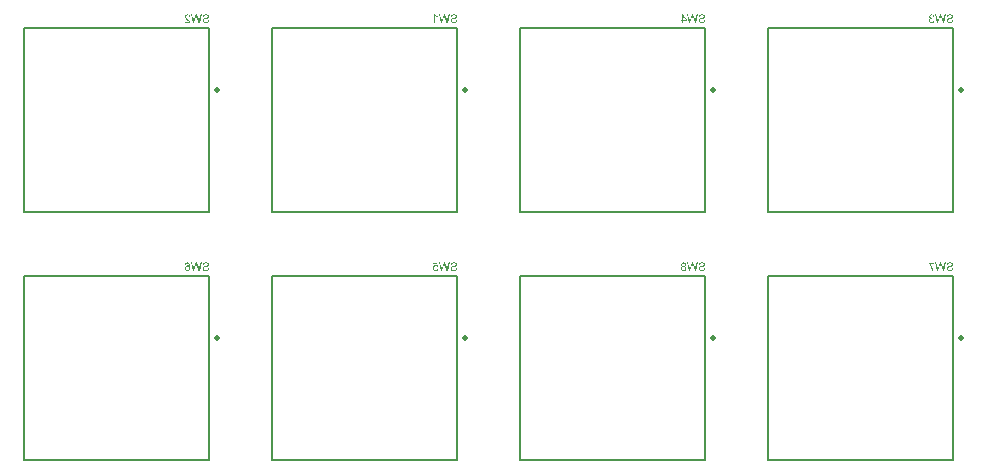
<source format=gbo>
%FSLAX33Y33*%
%MOMM*%
%ADD10C,0.15*%
%ADD11C,0.5*%
D10*
%LNbottom silkscreen_traces*%
%LNbottom silkscreen component 118461a693938141*%
G01*
X63700Y-1700D02*
X63700Y-17300D01*
X79300Y-17300*
X79300Y-1700*
X63700Y-1700*
D11*
X80000Y-6960D03*
G36*
X79356Y-1069D02*
X79267Y-1061D01*
X79263Y-1087D01*
X79256Y-1110D01*
X79248Y-1131D01*
X79237Y-1149D01*
X79224Y-1166D01*
X79208Y-1180D01*
X79188Y-1193D01*
X79165Y-1205D01*
X79140Y-1214D01*
X79113Y-1221D01*
X79085Y-1225D01*
X79055Y-1226D01*
X79029Y-1225D01*
X79004Y-1222D01*
X78981Y-1217D01*
X78960Y-1210D01*
X78940Y-1201D01*
X78924Y-1191D01*
X78909Y-1179D01*
X78898Y-1166D01*
X78889Y-1151D01*
X78883Y-1136D01*
X78879Y-1121D01*
X78878Y-1104D01*
X78879Y-1088D01*
X78883Y-1073D01*
X78889Y-1059D01*
X78897Y-1046D01*
X78909Y-1034D01*
X78923Y-1022D01*
X78941Y-1012D01*
X78962Y-1003D01*
X78981Y-0997D01*
X79008Y-0989D01*
X79044Y-0980D01*
X79089Y-0968D01*
X79135Y-0957D01*
X79173Y-0945D01*
X79204Y-0934D01*
X79227Y-0924D01*
X79251Y-0910D01*
X79272Y-0894D01*
X79290Y-0876D01*
X79304Y-0857D01*
X79315Y-0837D01*
X79323Y-0815D01*
X79327Y-0792D01*
X79329Y-0768D01*
X79327Y-0741D01*
X79321Y-0716D01*
X79312Y-0691D01*
X79298Y-0667D01*
X79281Y-0645D01*
X79260Y-0625D01*
X79236Y-0609D01*
X79208Y-0595D01*
X79178Y-0585D01*
X79146Y-0577D01*
X79112Y-0572D01*
X79077Y-0571D01*
X79038Y-0572D01*
X79002Y-0577D01*
X78968Y-0585D01*
X78937Y-0596D01*
X78908Y-0611D01*
X78883Y-0628D01*
X78861Y-0648D01*
X78843Y-0672D01*
X78829Y-0698D01*
X78818Y-0725D01*
X78811Y-0754D01*
X78808Y-0785D01*
X78899Y-0791D01*
X78905Y-0760D01*
X78915Y-0732D01*
X78929Y-0708D01*
X78948Y-0689D01*
X78972Y-0674D01*
X79001Y-0663D01*
X79034Y-0656D01*
X79073Y-0654D01*
X79113Y-0656D01*
X79147Y-0662D01*
X79176Y-0672D01*
X79198Y-0686D01*
X79216Y-0702D01*
X79228Y-0720D01*
X79235Y-0740D01*
X79238Y-0762D01*
X79236Y-0780D01*
X79231Y-0797D01*
X79222Y-0812D01*
X79210Y-0825D01*
X79191Y-0838D01*
X79160Y-0850D01*
X79119Y-0863D01*
X79067Y-0876D01*
X79014Y-0889D01*
X78970Y-0901D01*
X78935Y-0912D01*
X78909Y-0922D01*
X78879Y-0937D01*
X78854Y-0955D01*
X78833Y-0974D01*
X78816Y-0995D01*
X78803Y-1018D01*
X78794Y-1042D01*
X78788Y-1069D01*
X78786Y-1097D01*
X78788Y-1125D01*
X78795Y-1152D01*
X78805Y-1179D01*
X78819Y-1204D01*
X78837Y-1228D01*
X78859Y-1249D01*
X78884Y-1267D01*
X78913Y-1283D01*
X78945Y-1295D01*
X78978Y-1304D01*
X79014Y-1309D01*
X79051Y-1311D01*
X79098Y-1309D01*
X79140Y-1304D01*
X79179Y-1295D01*
X79214Y-1283D01*
X79245Y-1267D01*
X79273Y-1247D01*
X79297Y-1224D01*
X79317Y-1197D01*
X79333Y-1168D01*
X79345Y-1137D01*
X79353Y-1104D01*
X79356Y-1069D01*
X79356Y-1069D01*
X78532Y-1299D02*
X78722Y-0583D01*
X78625Y-0583D01*
X78516Y-1052D01*
X78507Y-1089D01*
X78500Y-1126D01*
X78492Y-1162D01*
X78486Y-1199D01*
X78473Y-1147D01*
X78464Y-1108D01*
X78457Y-1081D01*
X78453Y-1066D01*
X78317Y-0583D01*
X78203Y-0583D01*
X78100Y-0945D01*
X78082Y-1012D01*
X78067Y-1076D01*
X78055Y-1138D01*
X78045Y-1199D01*
X78037Y-1164D01*
X78029Y-1126D01*
X78020Y-1086D01*
X78009Y-1043D01*
X77897Y-0583D01*
X77802Y-0583D01*
X77998Y-1299D01*
X78089Y-1299D01*
X78240Y-0753D01*
X78249Y-0723D01*
X78255Y-0698D01*
X78260Y-0681D01*
X78263Y-0669D01*
X78268Y-0693D01*
X78273Y-0715D01*
X78279Y-0735D01*
X78284Y-0753D01*
X78435Y-1299D01*
X78532Y-1299D01*
X78532Y-1299D01*
X77748Y-1110D02*
X77660Y-1098D01*
X77652Y-1133D01*
X77640Y-1162D01*
X77626Y-1187D01*
X77609Y-1206D01*
X77590Y-1220D01*
X77569Y-1231D01*
X77545Y-1237D01*
X77520Y-1239D01*
X77490Y-1236D01*
X77463Y-1228D01*
X77438Y-1215D01*
X77416Y-1196D01*
X77397Y-1173D01*
X77384Y-1148D01*
X77376Y-1120D01*
X77373Y-1089D01*
X77375Y-1060D01*
X77383Y-1034D01*
X77395Y-1010D01*
X77412Y-0989D01*
X77434Y-0972D01*
X77457Y-0960D01*
X77484Y-0953D01*
X77513Y-0950D01*
X77526Y-0951D01*
X77541Y-0953D01*
X77557Y-0956D01*
X77575Y-0960D01*
X77565Y-0883D01*
X77561Y-0883D01*
X77557Y-0884D01*
X77554Y-0884D01*
X77551Y-0884D01*
X77524Y-0882D01*
X77498Y-0876D01*
X77473Y-0867D01*
X77450Y-0854D01*
X77430Y-0838D01*
X77416Y-0817D01*
X77408Y-0793D01*
X77405Y-0764D01*
X77407Y-0741D01*
X77413Y-0720D01*
X77423Y-0701D01*
X77438Y-0684D01*
X77455Y-0670D01*
X77475Y-0660D01*
X77498Y-0654D01*
X77522Y-0652D01*
X77547Y-0654D01*
X77569Y-0660D01*
X77590Y-0670D01*
X77608Y-0685D01*
X77623Y-0703D01*
X77636Y-0725D01*
X77645Y-0751D01*
X77652Y-0781D01*
X77740Y-0766D01*
X77729Y-0724D01*
X77713Y-0687D01*
X77692Y-0655D01*
X77666Y-0629D01*
X77636Y-0607D01*
X77602Y-0592D01*
X77565Y-0583D01*
X77524Y-0580D01*
X77495Y-0582D01*
X77468Y-0586D01*
X77442Y-0594D01*
X77416Y-0605D01*
X77393Y-0619D01*
X77373Y-0635D01*
X77355Y-0653D01*
X77341Y-0674D01*
X77329Y-0696D01*
X77321Y-0719D01*
X77316Y-0742D01*
X77315Y-0766D01*
X77316Y-0789D01*
X77321Y-0810D01*
X77329Y-0831D01*
X77340Y-0851D01*
X77354Y-0869D01*
X77371Y-0885D01*
X77390Y-0899D01*
X77413Y-0911D01*
X77383Y-0920D01*
X77357Y-0934D01*
X77334Y-0951D01*
X77315Y-0972D01*
X77299Y-0996D01*
X77288Y-1024D01*
X77282Y-1054D01*
X77280Y-1087D01*
X77284Y-1132D01*
X77297Y-1174D01*
X77318Y-1212D01*
X77348Y-1246D01*
X77384Y-1275D01*
X77425Y-1295D01*
X77471Y-1307D01*
X77521Y-1311D01*
X77566Y-1308D01*
X77607Y-1297D01*
X77644Y-1280D01*
X77677Y-1255D01*
X77705Y-1225D01*
X77726Y-1191D01*
X77741Y-1152D01*
X77748Y-1110D01*
X77748Y-1110D01*
G37*
%LNbottom silkscreen component b7764440c1067c91*%
D10*
X42700Y-22700D02*
X42700Y-38300D01*
X58300Y-38300*
X58300Y-22700*
X42700Y-22700*
D11*
X59000Y-27960D03*
G36*
X58356Y-22069D02*
X58267Y-22061D01*
X58263Y-22087D01*
X58256Y-22110D01*
X58248Y-22131D01*
X58237Y-22149D01*
X58224Y-22166D01*
X58208Y-22180D01*
X58188Y-22193D01*
X58165Y-22205D01*
X58140Y-22214D01*
X58113Y-22221D01*
X58085Y-22225D01*
X58055Y-22226D01*
X58029Y-22225D01*
X58004Y-22222D01*
X57981Y-22217D01*
X57960Y-22210D01*
X57940Y-22201D01*
X57924Y-22191D01*
X57909Y-22179D01*
X57898Y-22166D01*
X57889Y-22151D01*
X57883Y-22136D01*
X57879Y-22121D01*
X57878Y-22104D01*
X57879Y-22088D01*
X57883Y-22073D01*
X57889Y-22059D01*
X57897Y-22046D01*
X57909Y-22034D01*
X57923Y-22022D01*
X57941Y-22012D01*
X57962Y-22003D01*
X57981Y-21997D01*
X58008Y-21989D01*
X58044Y-21980D01*
X58089Y-21968D01*
X58135Y-21957D01*
X58173Y-21945D01*
X58204Y-21934D01*
X58227Y-21924D01*
X58251Y-21910D01*
X58272Y-21894D01*
X58290Y-21876D01*
X58304Y-21857D01*
X58315Y-21837D01*
X58323Y-21815D01*
X58327Y-21792D01*
X58329Y-21768D01*
X58327Y-21741D01*
X58321Y-21716D01*
X58312Y-21691D01*
X58298Y-21667D01*
X58281Y-21645D01*
X58260Y-21625D01*
X58236Y-21609D01*
X58208Y-21595D01*
X58178Y-21585D01*
X58146Y-21577D01*
X58112Y-21572D01*
X58077Y-21571D01*
X58038Y-21572D01*
X58002Y-21577D01*
X57968Y-21585D01*
X57937Y-21596D01*
X57908Y-21611D01*
X57883Y-21628D01*
X57861Y-21648D01*
X57843Y-21672D01*
X57829Y-21698D01*
X57818Y-21725D01*
X57811Y-21754D01*
X57808Y-21785D01*
X57899Y-21791D01*
X57905Y-21760D01*
X57915Y-21732D01*
X57929Y-21708D01*
X57948Y-21689D01*
X57972Y-21674D01*
X58001Y-21663D01*
X58034Y-21656D01*
X58073Y-21654D01*
X58113Y-21656D01*
X58147Y-21662D01*
X58176Y-21672D01*
X58198Y-21686D01*
X58216Y-21702D01*
X58228Y-21720D01*
X58235Y-21740D01*
X58238Y-21762D01*
X58236Y-21780D01*
X58231Y-21797D01*
X58222Y-21812D01*
X58210Y-21825D01*
X58191Y-21838D01*
X58160Y-21850D01*
X58119Y-21863D01*
X58067Y-21876D01*
X58014Y-21889D01*
X57970Y-21901D01*
X57935Y-21912D01*
X57909Y-21922D01*
X57879Y-21937D01*
X57854Y-21955D01*
X57833Y-21974D01*
X57816Y-21995D01*
X57803Y-22018D01*
X57794Y-22042D01*
X57788Y-22069D01*
X57786Y-22097D01*
X57788Y-22125D01*
X57795Y-22152D01*
X57805Y-22179D01*
X57819Y-22204D01*
X57837Y-22228D01*
X57859Y-22249D01*
X57884Y-22267D01*
X57913Y-22283D01*
X57945Y-22295D01*
X57978Y-22304D01*
X58014Y-22309D01*
X58051Y-22311D01*
X58098Y-22309D01*
X58140Y-22304D01*
X58179Y-22295D01*
X58214Y-22283D01*
X58245Y-22267D01*
X58273Y-22247D01*
X58297Y-22224D01*
X58317Y-22197D01*
X58333Y-22168D01*
X58345Y-22137D01*
X58353Y-22104D01*
X58356Y-22069D01*
X58356Y-22069D01*
X57532Y-22299D02*
X57722Y-21583D01*
X57625Y-21583D01*
X57516Y-22052D01*
X57507Y-22089D01*
X57500Y-22126D01*
X57492Y-22162D01*
X57486Y-22199D01*
X57473Y-22147D01*
X57464Y-22108D01*
X57457Y-22081D01*
X57453Y-22066D01*
X57317Y-21583D01*
X57203Y-21583D01*
X57100Y-21945D01*
X57082Y-22012D01*
X57067Y-22076D01*
X57055Y-22138D01*
X57045Y-22199D01*
X57037Y-22164D01*
X57029Y-22126D01*
X57020Y-22086D01*
X57009Y-22043D01*
X56897Y-21583D01*
X56802Y-21583D01*
X56998Y-22299D01*
X57089Y-22299D01*
X57240Y-21753D01*
X57249Y-21723D01*
X57255Y-21698D01*
X57260Y-21681D01*
X57263Y-21669D01*
X57268Y-21693D01*
X57273Y-21715D01*
X57279Y-21735D01*
X57284Y-21753D01*
X57435Y-22299D01*
X57532Y-22299D01*
X57532Y-22299D01*
X56614Y-21911D02*
X56585Y-21965D01*
X56597Y-21972D01*
X56619Y-21990D01*
X56637Y-22012D01*
X56649Y-22036D01*
X56657Y-22063D01*
X56659Y-22092D01*
X56659Y-22092D01*
X56658Y-22111D01*
X56655Y-22129D01*
X56649Y-22147D01*
X56642Y-22165D01*
X56632Y-22182D01*
X56619Y-22196D01*
X56605Y-22209D01*
X56589Y-22219D01*
X56571Y-22228D01*
X56552Y-22234D01*
X56533Y-22238D01*
X56513Y-22239D01*
X56483Y-22236D01*
X56455Y-22229D01*
X56431Y-22216D01*
X56409Y-22198D01*
X56391Y-22177D01*
X56378Y-22152D01*
X56371Y-22125D01*
X56368Y-22095D01*
X56371Y-22065D01*
X56379Y-22037D01*
X56392Y-22012D01*
X56410Y-21990D01*
X56433Y-21972D01*
X56458Y-21959D01*
X56485Y-21951D01*
X56516Y-21949D01*
X56546Y-21951D01*
X56573Y-21959D01*
X56585Y-21965D01*
X56614Y-21911D01*
X56581Y-21859D01*
X56561Y-21869D01*
X56538Y-21875D01*
X56513Y-21877D01*
X56489Y-21875D01*
X56467Y-21869D01*
X56448Y-21859D01*
X56430Y-21845D01*
X56416Y-21828D01*
X56406Y-21809D01*
X56400Y-21789D01*
X56398Y-21767D01*
X56400Y-21743D01*
X56406Y-21722D01*
X56417Y-21703D01*
X56431Y-21685D01*
X56449Y-21671D01*
X56469Y-21661D01*
X56491Y-21654D01*
X56514Y-21652D01*
X56539Y-21654D01*
X56560Y-21660D01*
X56580Y-21670D01*
X56598Y-21685D01*
X56612Y-21701D01*
X56623Y-21720D01*
X56629Y-21740D01*
X56631Y-21762D01*
X56631Y-21762D01*
X56629Y-21786D01*
X56623Y-21808D01*
X56613Y-21827D01*
X56598Y-21845D01*
X56581Y-21859D01*
X56614Y-21911D01*
X56639Y-21900D01*
X56661Y-21886D01*
X56680Y-21871D01*
X56695Y-21853D01*
X56706Y-21834D01*
X56714Y-21813D01*
X56719Y-21790D01*
X56721Y-21765D01*
X56717Y-21727D01*
X56707Y-21693D01*
X56689Y-21661D01*
X56665Y-21633D01*
X56634Y-21610D01*
X56599Y-21593D01*
X56560Y-21583D01*
X56515Y-21580D01*
X56471Y-21583D01*
X56431Y-21594D01*
X56395Y-21611D01*
X56365Y-21634D01*
X56340Y-21663D01*
X56322Y-21695D01*
X56311Y-21729D01*
X56307Y-21767D01*
X56309Y-21791D01*
X56314Y-21814D01*
X56322Y-21834D01*
X56334Y-21854D01*
X56348Y-21871D01*
X56366Y-21886D01*
X56388Y-21900D01*
X56413Y-21911D01*
X56382Y-21923D01*
X56355Y-21939D01*
X56332Y-21958D01*
X56313Y-21980D01*
X56297Y-22005D01*
X56287Y-22032D01*
X56280Y-22062D01*
X56278Y-22094D01*
X56282Y-22138D01*
X56294Y-22179D01*
X56315Y-22215D01*
X56343Y-22249D01*
X56378Y-22276D01*
X56418Y-22295D01*
X56464Y-22307D01*
X56514Y-22311D01*
X56564Y-22307D01*
X56610Y-22295D01*
X56650Y-22276D01*
X56685Y-22248D01*
X56713Y-22215D01*
X56734Y-22178D01*
X56746Y-22137D01*
X56750Y-22092D01*
X56748Y-22058D01*
X56741Y-22028D01*
X56730Y-22000D01*
X56714Y-21975D01*
X56695Y-21953D01*
X56671Y-21935D01*
X56644Y-21921D01*
X56614Y-21911D01*
X56614Y-21911D01*
G37*
%LNbottom silkscreen component ed0e58f81314bdfd*%
D10*
X0700Y-1700D02*
X0700Y-17300D01*
X16300Y-17300*
X16300Y-1700*
X0700Y-1700*
D11*
X17000Y-6960D03*
G36*
X16356Y-1069D02*
X16267Y-1061D01*
X16263Y-1087D01*
X16256Y-1110D01*
X16248Y-1131D01*
X16237Y-1149D01*
X16224Y-1166D01*
X16208Y-1180D01*
X16188Y-1193D01*
X16165Y-1205D01*
X16140Y-1214D01*
X16113Y-1221D01*
X16085Y-1225D01*
X16055Y-1226D01*
X16029Y-1225D01*
X16004Y-1222D01*
X15981Y-1217D01*
X15960Y-1210D01*
X15940Y-1201D01*
X15924Y-1191D01*
X15909Y-1179D01*
X15898Y-1166D01*
X15889Y-1151D01*
X15883Y-1136D01*
X15879Y-1121D01*
X15878Y-1104D01*
X15879Y-1088D01*
X15883Y-1073D01*
X15889Y-1059D01*
X15897Y-1046D01*
X15909Y-1034D01*
X15923Y-1022D01*
X15941Y-1012D01*
X15962Y-1003D01*
X15981Y-0997D01*
X16008Y-0989D01*
X16044Y-0980D01*
X16089Y-0968D01*
X16135Y-0957D01*
X16173Y-0945D01*
X16204Y-0934D01*
X16227Y-0924D01*
X16251Y-0910D01*
X16272Y-0894D01*
X16290Y-0876D01*
X16304Y-0857D01*
X16315Y-0837D01*
X16323Y-0815D01*
X16327Y-0792D01*
X16329Y-0768D01*
X16327Y-0741D01*
X16321Y-0716D01*
X16312Y-0691D01*
X16298Y-0667D01*
X16281Y-0645D01*
X16260Y-0625D01*
X16236Y-0609D01*
X16208Y-0595D01*
X16178Y-0585D01*
X16146Y-0577D01*
X16112Y-0572D01*
X16077Y-0571D01*
X16038Y-0572D01*
X16002Y-0577D01*
X15968Y-0585D01*
X15937Y-0596D01*
X15908Y-0611D01*
X15883Y-0628D01*
X15861Y-0648D01*
X15843Y-0672D01*
X15829Y-0698D01*
X15818Y-0725D01*
X15811Y-0754D01*
X15808Y-0785D01*
X15899Y-0791D01*
X15905Y-0760D01*
X15915Y-0732D01*
X15929Y-0708D01*
X15948Y-0689D01*
X15972Y-0674D01*
X16001Y-0663D01*
X16034Y-0656D01*
X16073Y-0654D01*
X16113Y-0656D01*
X16147Y-0662D01*
X16176Y-0672D01*
X16198Y-0686D01*
X16216Y-0702D01*
X16228Y-0720D01*
X16235Y-0740D01*
X16238Y-0762D01*
X16236Y-0780D01*
X16231Y-0797D01*
X16222Y-0812D01*
X16210Y-0825D01*
X16191Y-0838D01*
X16160Y-0850D01*
X16119Y-0863D01*
X16067Y-0876D01*
X16014Y-0889D01*
X15970Y-0901D01*
X15935Y-0912D01*
X15909Y-0922D01*
X15879Y-0937D01*
X15854Y-0955D01*
X15833Y-0974D01*
X15816Y-0995D01*
X15803Y-1018D01*
X15794Y-1042D01*
X15788Y-1069D01*
X15786Y-1097D01*
X15788Y-1125D01*
X15795Y-1152D01*
X15805Y-1179D01*
X15819Y-1204D01*
X15837Y-1228D01*
X15859Y-1249D01*
X15884Y-1267D01*
X15913Y-1283D01*
X15945Y-1295D01*
X15978Y-1304D01*
X16014Y-1309D01*
X16051Y-1311D01*
X16098Y-1309D01*
X16140Y-1304D01*
X16179Y-1295D01*
X16214Y-1283D01*
X16245Y-1267D01*
X16273Y-1247D01*
X16297Y-1224D01*
X16317Y-1197D01*
X16333Y-1168D01*
X16345Y-1137D01*
X16353Y-1104D01*
X16356Y-1069D01*
X16356Y-1069D01*
X15532Y-1299D02*
X15722Y-0583D01*
X15625Y-0583D01*
X15516Y-1052D01*
X15507Y-1089D01*
X15500Y-1126D01*
X15492Y-1162D01*
X15486Y-1199D01*
X15473Y-1147D01*
X15464Y-1108D01*
X15457Y-1081D01*
X15453Y-1066D01*
X15317Y-0583D01*
X15203Y-0583D01*
X15100Y-0945D01*
X15082Y-1012D01*
X15067Y-1076D01*
X15055Y-1138D01*
X15045Y-1199D01*
X15037Y-1164D01*
X15029Y-1126D01*
X15020Y-1086D01*
X15009Y-1043D01*
X14897Y-0583D01*
X14802Y-0583D01*
X14998Y-1299D01*
X15089Y-1299D01*
X15240Y-0753D01*
X15249Y-0723D01*
X15255Y-0698D01*
X15260Y-0681D01*
X15263Y-0669D01*
X15268Y-0693D01*
X15273Y-0715D01*
X15279Y-0735D01*
X15284Y-0753D01*
X15435Y-1299D01*
X15532Y-1299D01*
X15532Y-1299D01*
X14287Y-1214D02*
X14287Y-1299D01*
X14760Y-1299D01*
X14760Y-1283D01*
X14758Y-1268D01*
X14755Y-1253D01*
X14750Y-1238D01*
X14739Y-1214D01*
X14726Y-1190D01*
X14710Y-1166D01*
X14692Y-1143D01*
X14670Y-1118D01*
X14643Y-1092D01*
X14612Y-1064D01*
X14577Y-1034D01*
X14523Y-0989D01*
X14479Y-0948D01*
X14444Y-0913D01*
X14419Y-0883D01*
X14401Y-0855D01*
X14388Y-0828D01*
X14381Y-0802D01*
X14378Y-0777D01*
X14381Y-0752D01*
X14388Y-0729D01*
X14399Y-0708D01*
X14416Y-0689D01*
X14436Y-0673D01*
X14459Y-0662D01*
X14484Y-0655D01*
X14513Y-0653D01*
X14543Y-0655D01*
X14570Y-0662D01*
X14594Y-0674D01*
X14615Y-0691D01*
X14631Y-0712D01*
X14643Y-0736D01*
X14651Y-0764D01*
X14653Y-0796D01*
X14743Y-0787D01*
X14736Y-0740D01*
X14721Y-0698D01*
X14701Y-0663D01*
X14674Y-0633D01*
X14641Y-0610D01*
X14603Y-0593D01*
X14559Y-0583D01*
X14511Y-0580D01*
X14462Y-0584D01*
X14419Y-0594D01*
X14381Y-0612D01*
X14348Y-0637D01*
X14322Y-0667D01*
X14303Y-0701D01*
X14292Y-0738D01*
X14288Y-0779D01*
X14289Y-0800D01*
X14292Y-0821D01*
X14298Y-0842D01*
X14305Y-0863D01*
X14316Y-0884D01*
X14329Y-0906D01*
X14345Y-0928D01*
X14364Y-0951D01*
X14388Y-0976D01*
X14418Y-1005D01*
X14455Y-1039D01*
X14499Y-1077D01*
X14535Y-1107D01*
X14564Y-1132D01*
X14586Y-1152D01*
X14601Y-1167D01*
X14612Y-1179D01*
X14621Y-1190D01*
X14630Y-1202D01*
X14638Y-1214D01*
X14287Y-1214D01*
X14287Y-1214D01*
G37*
%LNbottom silkscreen component b3c71203d1b20706*%
D10*
X42700Y-1700D02*
X42700Y-17300D01*
X58300Y-17300*
X58300Y-1700*
X42700Y-1700*
D11*
X59000Y-6960D03*
G36*
X58356Y-1069D02*
X58267Y-1061D01*
X58263Y-1087D01*
X58256Y-1110D01*
X58248Y-1131D01*
X58237Y-1149D01*
X58224Y-1166D01*
X58208Y-1180D01*
X58188Y-1193D01*
X58165Y-1205D01*
X58140Y-1214D01*
X58113Y-1221D01*
X58085Y-1225D01*
X58055Y-1226D01*
X58029Y-1225D01*
X58004Y-1222D01*
X57981Y-1217D01*
X57960Y-1210D01*
X57940Y-1201D01*
X57924Y-1191D01*
X57909Y-1179D01*
X57898Y-1166D01*
X57889Y-1151D01*
X57883Y-1136D01*
X57879Y-1121D01*
X57878Y-1104D01*
X57879Y-1088D01*
X57883Y-1073D01*
X57889Y-1059D01*
X57897Y-1046D01*
X57909Y-1034D01*
X57923Y-1022D01*
X57941Y-1012D01*
X57962Y-1003D01*
X57981Y-0997D01*
X58008Y-0989D01*
X58044Y-0980D01*
X58089Y-0968D01*
X58135Y-0957D01*
X58173Y-0945D01*
X58204Y-0934D01*
X58227Y-0924D01*
X58251Y-0910D01*
X58272Y-0894D01*
X58290Y-0876D01*
X58304Y-0857D01*
X58315Y-0837D01*
X58323Y-0815D01*
X58327Y-0792D01*
X58329Y-0768D01*
X58327Y-0741D01*
X58321Y-0716D01*
X58312Y-0691D01*
X58298Y-0667D01*
X58281Y-0645D01*
X58260Y-0625D01*
X58236Y-0609D01*
X58208Y-0595D01*
X58178Y-0585D01*
X58146Y-0577D01*
X58112Y-0572D01*
X58077Y-0571D01*
X58038Y-0572D01*
X58002Y-0577D01*
X57968Y-0585D01*
X57937Y-0596D01*
X57908Y-0611D01*
X57883Y-0628D01*
X57861Y-0648D01*
X57843Y-0672D01*
X57829Y-0698D01*
X57818Y-0725D01*
X57811Y-0754D01*
X57808Y-0785D01*
X57899Y-0791D01*
X57905Y-0760D01*
X57915Y-0732D01*
X57929Y-0708D01*
X57948Y-0689D01*
X57972Y-0674D01*
X58001Y-0663D01*
X58034Y-0656D01*
X58073Y-0654D01*
X58113Y-0656D01*
X58147Y-0662D01*
X58176Y-0672D01*
X58198Y-0686D01*
X58216Y-0702D01*
X58228Y-0720D01*
X58235Y-0740D01*
X58238Y-0762D01*
X58236Y-0780D01*
X58231Y-0797D01*
X58222Y-0812D01*
X58210Y-0825D01*
X58191Y-0838D01*
X58160Y-0850D01*
X58119Y-0863D01*
X58067Y-0876D01*
X58014Y-0889D01*
X57970Y-0901D01*
X57935Y-0912D01*
X57909Y-0922D01*
X57879Y-0937D01*
X57854Y-0955D01*
X57833Y-0974D01*
X57816Y-0995D01*
X57803Y-1018D01*
X57794Y-1042D01*
X57788Y-1069D01*
X57786Y-1097D01*
X57788Y-1125D01*
X57795Y-1152D01*
X57805Y-1179D01*
X57819Y-1204D01*
X57837Y-1228D01*
X57859Y-1249D01*
X57884Y-1267D01*
X57913Y-1283D01*
X57945Y-1295D01*
X57978Y-1304D01*
X58014Y-1309D01*
X58051Y-1311D01*
X58098Y-1309D01*
X58140Y-1304D01*
X58179Y-1295D01*
X58214Y-1283D01*
X58245Y-1267D01*
X58273Y-1247D01*
X58297Y-1224D01*
X58317Y-1197D01*
X58333Y-1168D01*
X58345Y-1137D01*
X58353Y-1104D01*
X58356Y-1069D01*
X58356Y-1069D01*
X57532Y-1299D02*
X57722Y-0583D01*
X57625Y-0583D01*
X57516Y-1052D01*
X57507Y-1089D01*
X57500Y-1126D01*
X57492Y-1162D01*
X57486Y-1199D01*
X57473Y-1147D01*
X57464Y-1108D01*
X57457Y-1081D01*
X57453Y-1066D01*
X57317Y-0583D01*
X57203Y-0583D01*
X57100Y-0945D01*
X57082Y-1012D01*
X57067Y-1076D01*
X57055Y-1138D01*
X57045Y-1199D01*
X57037Y-1164D01*
X57029Y-1126D01*
X57020Y-1086D01*
X57009Y-1043D01*
X56897Y-0583D01*
X56802Y-0583D01*
X56998Y-1299D01*
X57089Y-1299D01*
X57240Y-0753D01*
X57249Y-0723D01*
X57255Y-0698D01*
X57260Y-0681D01*
X57263Y-0669D01*
X57268Y-0693D01*
X57273Y-0715D01*
X57279Y-0735D01*
X57284Y-0753D01*
X57435Y-1299D01*
X57532Y-1299D01*
X57532Y-1299D01*
X56467Y-1299D02*
X56467Y-1127D01*
X56778Y-1127D01*
X56778Y-1047D01*
X56523Y-0685D01*
X56467Y-0724D01*
X56691Y-1047D01*
X56467Y-1047D01*
X56467Y-1047D01*
X56467Y-0724D01*
X56523Y-0685D01*
X56451Y-0583D01*
X56379Y-0583D01*
X56379Y-1047D01*
X56283Y-1047D01*
X56283Y-1127D01*
X56379Y-1127D01*
X56379Y-1299D01*
X56467Y-1299D01*
X56467Y-1299D01*
G37*
%LNbottom silkscreen component 0ae264cf7c3ad07f*%
D10*
X63700Y-22700D02*
X63700Y-38300D01*
X79300Y-38300*
X79300Y-22700*
X63700Y-22700*
D11*
X80000Y-27960D03*
G36*
X79356Y-22069D02*
X79267Y-22061D01*
X79263Y-22087D01*
X79256Y-22110D01*
X79248Y-22131D01*
X79237Y-22149D01*
X79224Y-22166D01*
X79208Y-22180D01*
X79188Y-22193D01*
X79165Y-22205D01*
X79140Y-22214D01*
X79113Y-22221D01*
X79085Y-22225D01*
X79055Y-22226D01*
X79029Y-22225D01*
X79004Y-22222D01*
X78981Y-22217D01*
X78960Y-22210D01*
X78940Y-22201D01*
X78924Y-22191D01*
X78909Y-22179D01*
X78898Y-22166D01*
X78889Y-22151D01*
X78883Y-22136D01*
X78879Y-22121D01*
X78878Y-22104D01*
X78879Y-22088D01*
X78883Y-22073D01*
X78889Y-22059D01*
X78897Y-22046D01*
X78909Y-22034D01*
X78923Y-22022D01*
X78941Y-22012D01*
X78962Y-22003D01*
X78981Y-21997D01*
X79008Y-21989D01*
X79044Y-21980D01*
X79089Y-21968D01*
X79135Y-21957D01*
X79173Y-21945D01*
X79204Y-21934D01*
X79227Y-21924D01*
X79251Y-21910D01*
X79272Y-21894D01*
X79290Y-21876D01*
X79304Y-21857D01*
X79315Y-21837D01*
X79323Y-21815D01*
X79327Y-21792D01*
X79329Y-21768D01*
X79327Y-21741D01*
X79321Y-21716D01*
X79312Y-21691D01*
X79298Y-21667D01*
X79281Y-21645D01*
X79260Y-21625D01*
X79236Y-21609D01*
X79208Y-21595D01*
X79178Y-21585D01*
X79146Y-21577D01*
X79112Y-21572D01*
X79077Y-21571D01*
X79038Y-21572D01*
X79002Y-21577D01*
X78968Y-21585D01*
X78937Y-21596D01*
X78908Y-21611D01*
X78883Y-21628D01*
X78861Y-21648D01*
X78843Y-21672D01*
X78829Y-21698D01*
X78818Y-21725D01*
X78811Y-21754D01*
X78808Y-21785D01*
X78899Y-21791D01*
X78905Y-21760D01*
X78915Y-21732D01*
X78929Y-21708D01*
X78948Y-21689D01*
X78972Y-21674D01*
X79001Y-21663D01*
X79034Y-21656D01*
X79073Y-21654D01*
X79113Y-21656D01*
X79147Y-21662D01*
X79176Y-21672D01*
X79198Y-21686D01*
X79216Y-21702D01*
X79228Y-21720D01*
X79235Y-21740D01*
X79238Y-21762D01*
X79236Y-21780D01*
X79231Y-21797D01*
X79222Y-21812D01*
X79210Y-21825D01*
X79191Y-21838D01*
X79160Y-21850D01*
X79119Y-21863D01*
X79067Y-21876D01*
X79014Y-21889D01*
X78970Y-21901D01*
X78935Y-21912D01*
X78909Y-21922D01*
X78879Y-21937D01*
X78854Y-21955D01*
X78833Y-21974D01*
X78816Y-21995D01*
X78803Y-22018D01*
X78794Y-22042D01*
X78788Y-22069D01*
X78786Y-22097D01*
X78788Y-22125D01*
X78795Y-22152D01*
X78805Y-22179D01*
X78819Y-22204D01*
X78837Y-22228D01*
X78859Y-22249D01*
X78884Y-22267D01*
X78913Y-22283D01*
X78945Y-22295D01*
X78978Y-22304D01*
X79014Y-22309D01*
X79051Y-22311D01*
X79098Y-22309D01*
X79140Y-22304D01*
X79179Y-22295D01*
X79214Y-22283D01*
X79245Y-22267D01*
X79273Y-22247D01*
X79297Y-22224D01*
X79317Y-22197D01*
X79333Y-22168D01*
X79345Y-22137D01*
X79353Y-22104D01*
X79356Y-22069D01*
X79356Y-22069D01*
X78532Y-22299D02*
X78722Y-21583D01*
X78625Y-21583D01*
X78516Y-22052D01*
X78507Y-22089D01*
X78500Y-22126D01*
X78492Y-22162D01*
X78486Y-22199D01*
X78473Y-22147D01*
X78464Y-22108D01*
X78457Y-22081D01*
X78453Y-22066D01*
X78317Y-21583D01*
X78203Y-21583D01*
X78100Y-21945D01*
X78082Y-22012D01*
X78067Y-22076D01*
X78055Y-22138D01*
X78045Y-22199D01*
X78037Y-22164D01*
X78029Y-22126D01*
X78020Y-22086D01*
X78009Y-22043D01*
X77897Y-21583D01*
X77802Y-21583D01*
X77998Y-22299D01*
X78089Y-22299D01*
X78240Y-21753D01*
X78249Y-21723D01*
X78255Y-21698D01*
X78260Y-21681D01*
X78263Y-21669D01*
X78268Y-21693D01*
X78273Y-21715D01*
X78279Y-21735D01*
X78284Y-21753D01*
X78435Y-22299D01*
X78532Y-22299D01*
X78532Y-22299D01*
X77743Y-21677D02*
X77743Y-21592D01*
X77280Y-21592D01*
X77280Y-21661D01*
X77314Y-21700D01*
X77348Y-21745D01*
X77381Y-21797D01*
X77415Y-21854D01*
X77447Y-21915D01*
X77475Y-21976D01*
X77499Y-22039D01*
X77519Y-22102D01*
X77531Y-22148D01*
X77540Y-22196D01*
X77548Y-22246D01*
X77553Y-22299D01*
X77643Y-22299D01*
X77640Y-22254D01*
X77634Y-22206D01*
X77624Y-22152D01*
X77610Y-22095D01*
X77592Y-22035D01*
X77571Y-21977D01*
X77547Y-21920D01*
X77519Y-21864D01*
X77488Y-21811D01*
X77457Y-21762D01*
X77425Y-21717D01*
X77392Y-21677D01*
X77743Y-21677D01*
X77743Y-21677D01*
G37*
%LNbottom silkscreen component 06c8c79044f291b9*%
D10*
X21700Y-22700D02*
X21700Y-38300D01*
X37300Y-38300*
X37300Y-22700*
X21700Y-22700*
D11*
X38000Y-27960D03*
G36*
X37356Y-22069D02*
X37267Y-22061D01*
X37263Y-22087D01*
X37256Y-22110D01*
X37248Y-22131D01*
X37237Y-22149D01*
X37224Y-22166D01*
X37208Y-22180D01*
X37188Y-22193D01*
X37165Y-22205D01*
X37140Y-22214D01*
X37113Y-22221D01*
X37085Y-22225D01*
X37055Y-22226D01*
X37029Y-22225D01*
X37004Y-22222D01*
X36981Y-22217D01*
X36960Y-22210D01*
X36940Y-22201D01*
X36924Y-22191D01*
X36909Y-22179D01*
X36898Y-22166D01*
X36889Y-22151D01*
X36883Y-22136D01*
X36879Y-22121D01*
X36878Y-22104D01*
X36879Y-22088D01*
X36883Y-22073D01*
X36889Y-22059D01*
X36897Y-22046D01*
X36909Y-22034D01*
X36923Y-22022D01*
X36941Y-22012D01*
X36962Y-22003D01*
X36981Y-21997D01*
X37008Y-21989D01*
X37044Y-21980D01*
X37089Y-21968D01*
X37135Y-21957D01*
X37173Y-21945D01*
X37204Y-21934D01*
X37227Y-21924D01*
X37251Y-21910D01*
X37272Y-21894D01*
X37290Y-21876D01*
X37304Y-21857D01*
X37315Y-21837D01*
X37323Y-21815D01*
X37327Y-21792D01*
X37329Y-21768D01*
X37327Y-21741D01*
X37321Y-21716D01*
X37312Y-21691D01*
X37298Y-21667D01*
X37281Y-21645D01*
X37260Y-21625D01*
X37236Y-21609D01*
X37208Y-21595D01*
X37178Y-21585D01*
X37146Y-21577D01*
X37112Y-21572D01*
X37077Y-21571D01*
X37038Y-21572D01*
X37002Y-21577D01*
X36968Y-21585D01*
X36937Y-21596D01*
X36908Y-21611D01*
X36883Y-21628D01*
X36861Y-21648D01*
X36843Y-21672D01*
X36829Y-21698D01*
X36818Y-21725D01*
X36811Y-21754D01*
X36808Y-21785D01*
X36899Y-21791D01*
X36905Y-21760D01*
X36915Y-21732D01*
X36929Y-21708D01*
X36948Y-21689D01*
X36972Y-21674D01*
X37001Y-21663D01*
X37034Y-21656D01*
X37073Y-21654D01*
X37113Y-21656D01*
X37147Y-21662D01*
X37176Y-21672D01*
X37198Y-21686D01*
X37216Y-21702D01*
X37228Y-21720D01*
X37235Y-21740D01*
X37238Y-21762D01*
X37236Y-21780D01*
X37231Y-21797D01*
X37222Y-21812D01*
X37210Y-21825D01*
X37191Y-21838D01*
X37160Y-21850D01*
X37119Y-21863D01*
X37067Y-21876D01*
X37014Y-21889D01*
X36970Y-21901D01*
X36935Y-21912D01*
X36909Y-21922D01*
X36879Y-21937D01*
X36854Y-21955D01*
X36833Y-21974D01*
X36816Y-21995D01*
X36803Y-22018D01*
X36794Y-22042D01*
X36788Y-22069D01*
X36786Y-22097D01*
X36788Y-22125D01*
X36795Y-22152D01*
X36805Y-22179D01*
X36819Y-22204D01*
X36837Y-22228D01*
X36859Y-22249D01*
X36884Y-22267D01*
X36913Y-22283D01*
X36945Y-22295D01*
X36978Y-22304D01*
X37014Y-22309D01*
X37051Y-22311D01*
X37098Y-22309D01*
X37140Y-22304D01*
X37179Y-22295D01*
X37214Y-22283D01*
X37245Y-22267D01*
X37273Y-22247D01*
X37297Y-22224D01*
X37317Y-22197D01*
X37333Y-22168D01*
X37345Y-22137D01*
X37353Y-22104D01*
X37356Y-22069D01*
X37356Y-22069D01*
X36532Y-22299D02*
X36722Y-21583D01*
X36625Y-21583D01*
X36516Y-22052D01*
X36507Y-22089D01*
X36500Y-22126D01*
X36492Y-22162D01*
X36486Y-22199D01*
X36473Y-22147D01*
X36464Y-22108D01*
X36457Y-22081D01*
X36453Y-22066D01*
X36317Y-21583D01*
X36203Y-21583D01*
X36100Y-21945D01*
X36082Y-22012D01*
X36067Y-22076D01*
X36055Y-22138D01*
X36045Y-22199D01*
X36037Y-22164D01*
X36029Y-22126D01*
X36020Y-22086D01*
X36009Y-22043D01*
X35897Y-21583D01*
X35802Y-21583D01*
X35998Y-22299D01*
X36089Y-22299D01*
X36240Y-21753D01*
X36249Y-21723D01*
X36255Y-21698D01*
X36260Y-21681D01*
X36263Y-21669D01*
X36268Y-21693D01*
X36273Y-21715D01*
X36279Y-21735D01*
X36284Y-21753D01*
X36435Y-22299D01*
X36532Y-22299D01*
X36532Y-22299D01*
X35749Y-22111D02*
X35657Y-22103D01*
X35650Y-22135D01*
X35640Y-22163D01*
X35626Y-22186D01*
X35609Y-22205D01*
X35589Y-22220D01*
X35568Y-22230D01*
X35544Y-22237D01*
X35519Y-22239D01*
X35488Y-22236D01*
X35460Y-22227D01*
X35435Y-22212D01*
X35411Y-22191D01*
X35392Y-22165D01*
X35378Y-22135D01*
X35370Y-22102D01*
X35367Y-22064D01*
X35370Y-22028D01*
X35378Y-21997D01*
X35391Y-21969D01*
X35410Y-21945D01*
X35432Y-21926D01*
X35458Y-21913D01*
X35488Y-21905D01*
X35520Y-21902D01*
X35541Y-21903D01*
X35561Y-21907D01*
X35579Y-21913D01*
X35597Y-21921D01*
X35613Y-21931D01*
X35627Y-21943D01*
X35640Y-21956D01*
X35651Y-21971D01*
X35733Y-21960D01*
X35664Y-21593D01*
X35308Y-21593D01*
X35308Y-21677D01*
X35594Y-21677D01*
X35632Y-21869D01*
X35599Y-21849D01*
X35566Y-21835D01*
X35532Y-21827D01*
X35497Y-21824D01*
X35452Y-21828D01*
X35410Y-21840D01*
X35373Y-21861D01*
X35339Y-21889D01*
X35310Y-21924D01*
X35290Y-21963D01*
X35278Y-22007D01*
X35274Y-22056D01*
X35278Y-22103D01*
X35288Y-22147D01*
X35306Y-22187D01*
X35331Y-22224D01*
X35368Y-22262D01*
X35412Y-22289D01*
X35462Y-22306D01*
X35519Y-22311D01*
X35565Y-22308D01*
X35608Y-22297D01*
X35645Y-22280D01*
X35678Y-22256D01*
X35706Y-22227D01*
X35727Y-22193D01*
X35741Y-22154D01*
X35749Y-22111D01*
X35749Y-22111D01*
G37*
%LNbottom silkscreen component c5ff65cb899c6344*%
D10*
X0700Y-22700D02*
X0700Y-38300D01*
X16300Y-38300*
X16300Y-22700*
X0700Y-22700*
D11*
X17000Y-27960D03*
G36*
X16356Y-22069D02*
X16267Y-22061D01*
X16263Y-22087D01*
X16256Y-22110D01*
X16248Y-22131D01*
X16237Y-22149D01*
X16224Y-22166D01*
X16208Y-22180D01*
X16188Y-22193D01*
X16165Y-22205D01*
X16140Y-22214D01*
X16113Y-22221D01*
X16085Y-22225D01*
X16055Y-22226D01*
X16029Y-22225D01*
X16004Y-22222D01*
X15981Y-22217D01*
X15960Y-22210D01*
X15940Y-22201D01*
X15924Y-22191D01*
X15909Y-22179D01*
X15898Y-22166D01*
X15889Y-22151D01*
X15883Y-22136D01*
X15879Y-22121D01*
X15878Y-22104D01*
X15879Y-22088D01*
X15883Y-22073D01*
X15889Y-22059D01*
X15897Y-22046D01*
X15909Y-22034D01*
X15923Y-22022D01*
X15941Y-22012D01*
X15962Y-22003D01*
X15981Y-21997D01*
X16008Y-21989D01*
X16044Y-21980D01*
X16089Y-21968D01*
X16135Y-21957D01*
X16173Y-21945D01*
X16204Y-21934D01*
X16227Y-21924D01*
X16251Y-21910D01*
X16272Y-21894D01*
X16290Y-21876D01*
X16304Y-21857D01*
X16315Y-21837D01*
X16323Y-21815D01*
X16327Y-21792D01*
X16329Y-21768D01*
X16327Y-21741D01*
X16321Y-21716D01*
X16312Y-21691D01*
X16298Y-21667D01*
X16281Y-21645D01*
X16260Y-21625D01*
X16236Y-21609D01*
X16208Y-21595D01*
X16178Y-21585D01*
X16146Y-21577D01*
X16112Y-21572D01*
X16077Y-21571D01*
X16038Y-21572D01*
X16002Y-21577D01*
X15968Y-21585D01*
X15937Y-21596D01*
X15908Y-21611D01*
X15883Y-21628D01*
X15861Y-21648D01*
X15843Y-21672D01*
X15829Y-21698D01*
X15818Y-21725D01*
X15811Y-21754D01*
X15808Y-21785D01*
X15899Y-21791D01*
X15905Y-21760D01*
X15915Y-21732D01*
X15929Y-21708D01*
X15948Y-21689D01*
X15972Y-21674D01*
X16001Y-21663D01*
X16034Y-21656D01*
X16073Y-21654D01*
X16113Y-21656D01*
X16147Y-21662D01*
X16176Y-21672D01*
X16198Y-21686D01*
X16216Y-21702D01*
X16228Y-21720D01*
X16235Y-21740D01*
X16238Y-21762D01*
X16236Y-21780D01*
X16231Y-21797D01*
X16222Y-21812D01*
X16210Y-21825D01*
X16191Y-21838D01*
X16160Y-21850D01*
X16119Y-21863D01*
X16067Y-21876D01*
X16014Y-21889D01*
X15970Y-21901D01*
X15935Y-21912D01*
X15909Y-21922D01*
X15879Y-21937D01*
X15854Y-21955D01*
X15833Y-21974D01*
X15816Y-21995D01*
X15803Y-22018D01*
X15794Y-22042D01*
X15788Y-22069D01*
X15786Y-22097D01*
X15788Y-22125D01*
X15795Y-22152D01*
X15805Y-22179D01*
X15819Y-22204D01*
X15837Y-22228D01*
X15859Y-22249D01*
X15884Y-22267D01*
X15913Y-22283D01*
X15945Y-22295D01*
X15978Y-22304D01*
X16014Y-22309D01*
X16051Y-22311D01*
X16098Y-22309D01*
X16140Y-22304D01*
X16179Y-22295D01*
X16214Y-22283D01*
X16245Y-22267D01*
X16273Y-22247D01*
X16297Y-22224D01*
X16317Y-22197D01*
X16333Y-22168D01*
X16345Y-22137D01*
X16353Y-22104D01*
X16356Y-22069D01*
X16356Y-22069D01*
X15532Y-22299D02*
X15722Y-21583D01*
X15625Y-21583D01*
X15516Y-22052D01*
X15507Y-22089D01*
X15500Y-22126D01*
X15492Y-22162D01*
X15486Y-22199D01*
X15473Y-22147D01*
X15464Y-22108D01*
X15457Y-22081D01*
X15453Y-22066D01*
X15317Y-21583D01*
X15203Y-21583D01*
X15100Y-21945D01*
X15082Y-22012D01*
X15067Y-22076D01*
X15055Y-22138D01*
X15045Y-22199D01*
X15037Y-22164D01*
X15029Y-22126D01*
X15020Y-22086D01*
X15009Y-22043D01*
X14897Y-21583D01*
X14802Y-21583D01*
X14998Y-22299D01*
X15089Y-22299D01*
X15240Y-21753D01*
X15249Y-21723D01*
X15255Y-21698D01*
X15260Y-21681D01*
X15263Y-21669D01*
X15268Y-21693D01*
X15273Y-21715D01*
X15279Y-21735D01*
X15284Y-21753D01*
X15435Y-22299D01*
X15532Y-22299D01*
X15532Y-22299D01*
X14293Y-21758D02*
X14380Y-21765D01*
X14387Y-21741D01*
X14394Y-21720D01*
X14403Y-21703D01*
X14413Y-21690D01*
X14432Y-21673D01*
X14453Y-21662D01*
X14476Y-21655D01*
X14501Y-21652D01*
X14522Y-21654D01*
X14541Y-21658D01*
X14558Y-21666D01*
X14575Y-21676D01*
X14595Y-21693D01*
X14612Y-21713D01*
X14627Y-21737D01*
X14640Y-21764D01*
X14651Y-21796D01*
X14659Y-21835D01*
X14663Y-21879D01*
X14665Y-21930D01*
X14619Y-21966D01*
X14628Y-21978D01*
X14641Y-22004D01*
X14649Y-22034D01*
X14652Y-22067D01*
X14652Y-22067D01*
X14650Y-22089D01*
X14647Y-22111D01*
X14641Y-22133D01*
X14632Y-22154D01*
X14622Y-22173D01*
X14609Y-22190D01*
X14595Y-22205D01*
X14578Y-22217D01*
X14561Y-22227D01*
X14543Y-22233D01*
X14524Y-22237D01*
X14506Y-22239D01*
X14479Y-22236D01*
X14454Y-22228D01*
X14431Y-22213D01*
X14410Y-22194D01*
X14392Y-22169D01*
X14380Y-22141D01*
X14372Y-22108D01*
X14370Y-22072D01*
X14372Y-22037D01*
X14380Y-22005D01*
X14392Y-21978D01*
X14409Y-21955D01*
X14431Y-21936D01*
X14454Y-21923D01*
X14480Y-21915D01*
X14509Y-21912D01*
X14538Y-21915D01*
X14564Y-21923D01*
X14588Y-21936D01*
X14610Y-21955D01*
X14619Y-21966D01*
X14665Y-21930D01*
X14649Y-21907D01*
X14630Y-21888D01*
X14610Y-21871D01*
X14588Y-21858D01*
X14564Y-21848D01*
X14541Y-21840D01*
X14516Y-21836D01*
X14491Y-21834D01*
X14449Y-21838D01*
X14410Y-21851D01*
X14374Y-21871D01*
X14342Y-21899D01*
X14315Y-21934D01*
X14296Y-21973D01*
X14284Y-22017D01*
X14280Y-22066D01*
X14282Y-22099D01*
X14287Y-22131D01*
X14296Y-22162D01*
X14309Y-22192D01*
X14325Y-22219D01*
X14344Y-22243D01*
X14365Y-22263D01*
X14389Y-22280D01*
X14415Y-22294D01*
X14443Y-22303D01*
X14473Y-22309D01*
X14504Y-22311D01*
X14557Y-22306D01*
X14604Y-22291D01*
X14646Y-22266D01*
X14683Y-22230D01*
X14714Y-22183D01*
X14735Y-22123D01*
X14748Y-22050D01*
X14753Y-21964D01*
X14748Y-21867D01*
X14734Y-21785D01*
X14710Y-21716D01*
X14676Y-21662D01*
X14640Y-21626D01*
X14598Y-21601D01*
X14550Y-21585D01*
X14496Y-21580D01*
X14456Y-21583D01*
X14419Y-21592D01*
X14386Y-21607D01*
X14357Y-21627D01*
X14333Y-21653D01*
X14314Y-21684D01*
X14301Y-21719D01*
X14293Y-21758D01*
X14293Y-21758D01*
G37*
%LNbottom silkscreen component 7c0abfb9efbc0124*%
D10*
X21700Y-1700D02*
X21700Y-17300D01*
X37300Y-17300*
X37300Y-1700*
X21700Y-1700*
D11*
X38000Y-6960D03*
G36*
X37356Y-1069D02*
X37267Y-1061D01*
X37263Y-1087D01*
X37256Y-1110D01*
X37248Y-1131D01*
X37237Y-1149D01*
X37224Y-1166D01*
X37208Y-1180D01*
X37188Y-1193D01*
X37165Y-1205D01*
X37140Y-1214D01*
X37113Y-1221D01*
X37085Y-1225D01*
X37055Y-1226D01*
X37029Y-1225D01*
X37004Y-1222D01*
X36981Y-1217D01*
X36960Y-1210D01*
X36940Y-1201D01*
X36924Y-1191D01*
X36909Y-1179D01*
X36898Y-1166D01*
X36889Y-1151D01*
X36883Y-1136D01*
X36879Y-1121D01*
X36878Y-1104D01*
X36879Y-1088D01*
X36883Y-1073D01*
X36889Y-1059D01*
X36897Y-1046D01*
X36909Y-1034D01*
X36923Y-1022D01*
X36941Y-1012D01*
X36962Y-1003D01*
X36981Y-0997D01*
X37008Y-0989D01*
X37044Y-0980D01*
X37089Y-0968D01*
X37135Y-0957D01*
X37173Y-0945D01*
X37204Y-0934D01*
X37227Y-0924D01*
X37251Y-0910D01*
X37272Y-0894D01*
X37290Y-0876D01*
X37304Y-0857D01*
X37315Y-0837D01*
X37323Y-0815D01*
X37327Y-0792D01*
X37329Y-0768D01*
X37327Y-0741D01*
X37321Y-0716D01*
X37312Y-0691D01*
X37298Y-0667D01*
X37281Y-0645D01*
X37260Y-0625D01*
X37236Y-0609D01*
X37208Y-0595D01*
X37178Y-0585D01*
X37146Y-0577D01*
X37112Y-0572D01*
X37077Y-0571D01*
X37038Y-0572D01*
X37002Y-0577D01*
X36968Y-0585D01*
X36937Y-0596D01*
X36908Y-0611D01*
X36883Y-0628D01*
X36861Y-0648D01*
X36843Y-0672D01*
X36829Y-0698D01*
X36818Y-0725D01*
X36811Y-0754D01*
X36808Y-0785D01*
X36899Y-0791D01*
X36905Y-0760D01*
X36915Y-0732D01*
X36929Y-0708D01*
X36948Y-0689D01*
X36972Y-0674D01*
X37001Y-0663D01*
X37034Y-0656D01*
X37073Y-0654D01*
X37113Y-0656D01*
X37147Y-0662D01*
X37176Y-0672D01*
X37198Y-0686D01*
X37216Y-0702D01*
X37228Y-0720D01*
X37235Y-0740D01*
X37238Y-0762D01*
X37236Y-0780D01*
X37231Y-0797D01*
X37222Y-0812D01*
X37210Y-0825D01*
X37191Y-0838D01*
X37160Y-0850D01*
X37119Y-0863D01*
X37067Y-0876D01*
X37014Y-0889D01*
X36970Y-0901D01*
X36935Y-0912D01*
X36909Y-0922D01*
X36879Y-0937D01*
X36854Y-0955D01*
X36833Y-0974D01*
X36816Y-0995D01*
X36803Y-1018D01*
X36794Y-1042D01*
X36788Y-1069D01*
X36786Y-1097D01*
X36788Y-1125D01*
X36795Y-1152D01*
X36805Y-1179D01*
X36819Y-1204D01*
X36837Y-1228D01*
X36859Y-1249D01*
X36884Y-1267D01*
X36913Y-1283D01*
X36945Y-1295D01*
X36978Y-1304D01*
X37014Y-1309D01*
X37051Y-1311D01*
X37098Y-1309D01*
X37140Y-1304D01*
X37179Y-1295D01*
X37214Y-1283D01*
X37245Y-1267D01*
X37273Y-1247D01*
X37297Y-1224D01*
X37317Y-1197D01*
X37333Y-1168D01*
X37345Y-1137D01*
X37353Y-1104D01*
X37356Y-1069D01*
X37356Y-1069D01*
X36532Y-1299D02*
X36722Y-0583D01*
X36625Y-0583D01*
X36516Y-1052D01*
X36507Y-1089D01*
X36500Y-1126D01*
X36492Y-1162D01*
X36486Y-1199D01*
X36473Y-1147D01*
X36464Y-1108D01*
X36457Y-1081D01*
X36453Y-1066D01*
X36317Y-0583D01*
X36203Y-0583D01*
X36100Y-0945D01*
X36082Y-1012D01*
X36067Y-1076D01*
X36055Y-1138D01*
X36045Y-1199D01*
X36037Y-1164D01*
X36029Y-1126D01*
X36020Y-1086D01*
X36009Y-1043D01*
X35897Y-0583D01*
X35802Y-0583D01*
X35998Y-1299D01*
X36089Y-1299D01*
X36240Y-0753D01*
X36249Y-0723D01*
X36255Y-0698D01*
X36260Y-0681D01*
X36263Y-0669D01*
X36268Y-0693D01*
X36273Y-0715D01*
X36279Y-0735D01*
X36284Y-0753D01*
X36435Y-1299D01*
X36532Y-1299D01*
X36532Y-1299D01*
X35418Y-1299D02*
X35506Y-1299D01*
X35506Y-0739D01*
X35523Y-0754D01*
X35542Y-0769D01*
X35564Y-0784D01*
X35589Y-0799D01*
X35614Y-0813D01*
X35638Y-0826D01*
X35660Y-0836D01*
X35681Y-0845D01*
X35681Y-0760D01*
X35646Y-0741D01*
X35612Y-0721D01*
X35581Y-0699D01*
X35553Y-0676D01*
X35527Y-0651D01*
X35505Y-0627D01*
X35488Y-0603D01*
X35474Y-0580D01*
X35418Y-0580D01*
X35418Y-1299D01*
X35418Y-1299D01*
G37*
M02*
</source>
